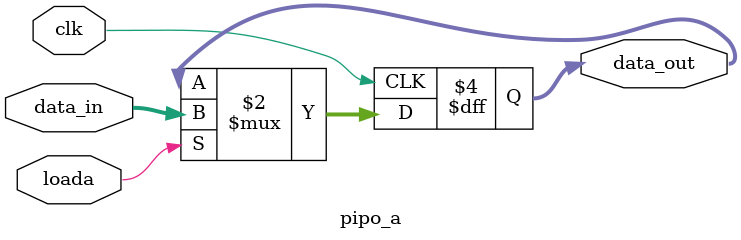
<source format=v>
`timescale 1ns / 1ps


module pipo_a(
    data_in,                                                                                                                                // data input
    clk,
    loada,
    data_out
);

    // input declarations
    input [15:0] data_in;
    input clk, loada;
    
    // output declarations
    output reg [15:0] data_out;

    // function
    always @ (posedge clk)
        begin
            if(loada)
             begin
                data_out <= data_in;
             end
        end
endmodule

</source>
